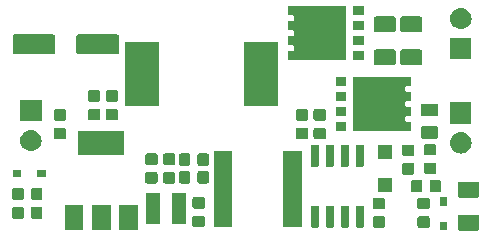
<source format=gbr>
G04 #@! TF.GenerationSoftware,KiCad,Pcbnew,(5.1.2)-2*
G04 #@! TF.CreationDate,2021-10-19T00:11:07+01:00*
G04 #@! TF.ProjectId,HVDCDC,48564443-4443-42e6-9b69-6361645f7063,rev?*
G04 #@! TF.SameCoordinates,Original*
G04 #@! TF.FileFunction,Soldermask,Top*
G04 #@! TF.FilePolarity,Negative*
%FSLAX46Y46*%
G04 Gerber Fmt 4.6, Leading zero omitted, Abs format (unit mm)*
G04 Created by KiCad (PCBNEW (5.1.2)-2) date 2021-10-19 00:11:07*
%MOMM*%
%LPD*%
G04 APERTURE LIST*
%ADD10C,0.100000*%
G04 APERTURE END LIST*
D10*
G36*
X151618604Y-78428347D02*
G01*
X151655144Y-78439432D01*
X151688821Y-78457433D01*
X151718341Y-78481659D01*
X151742567Y-78511179D01*
X151760568Y-78544856D01*
X151771653Y-78581396D01*
X151776000Y-78625538D01*
X151776000Y-79574462D01*
X151771653Y-79618604D01*
X151760568Y-79655144D01*
X151742567Y-79688821D01*
X151718341Y-79718341D01*
X151688821Y-79742567D01*
X151655144Y-79760568D01*
X151618604Y-79771653D01*
X151574462Y-79776000D01*
X150125538Y-79776000D01*
X150081396Y-79771653D01*
X150044856Y-79760568D01*
X150011179Y-79742567D01*
X149981659Y-79718341D01*
X149957433Y-79688821D01*
X149939432Y-79655144D01*
X149928347Y-79618604D01*
X149924000Y-79574462D01*
X149924000Y-78625538D01*
X149928347Y-78581396D01*
X149939432Y-78544856D01*
X149957433Y-78511179D01*
X149981659Y-78481659D01*
X150011179Y-78457433D01*
X150044856Y-78439432D01*
X150081396Y-78428347D01*
X150125538Y-78424000D01*
X151574462Y-78424000D01*
X151618604Y-78428347D01*
X151618604Y-78428347D01*
G37*
G36*
X149026000Y-79751000D02*
G01*
X148474000Y-79751000D01*
X148474000Y-79049000D01*
X149026000Y-79049000D01*
X149026000Y-79751000D01*
X149026000Y-79751000D01*
G37*
G36*
X120551000Y-79701000D02*
G01*
X118949000Y-79701000D01*
X118949000Y-77599000D01*
X120551000Y-77599000D01*
X120551000Y-79701000D01*
X120551000Y-79701000D01*
G37*
G36*
X122851000Y-79701000D02*
G01*
X121249000Y-79701000D01*
X121249000Y-77599000D01*
X122851000Y-77599000D01*
X122851000Y-79701000D01*
X122851000Y-79701000D01*
G37*
G36*
X118251000Y-79701000D02*
G01*
X116649000Y-79701000D01*
X116649000Y-77599000D01*
X118251000Y-77599000D01*
X118251000Y-79701000D01*
X118251000Y-79701000D01*
G37*
G36*
X143629591Y-78553085D02*
G01*
X143663569Y-78563393D01*
X143694890Y-78580134D01*
X143722339Y-78602661D01*
X143744866Y-78630110D01*
X143761607Y-78661431D01*
X143771915Y-78695409D01*
X143776000Y-78736890D01*
X143776000Y-79338110D01*
X143771915Y-79379591D01*
X143761607Y-79413569D01*
X143744866Y-79444890D01*
X143722339Y-79472339D01*
X143694890Y-79494866D01*
X143663569Y-79511607D01*
X143629591Y-79521915D01*
X143588110Y-79526000D01*
X142911890Y-79526000D01*
X142870409Y-79521915D01*
X142836431Y-79511607D01*
X142805110Y-79494866D01*
X142777661Y-79472339D01*
X142755134Y-79444890D01*
X142738393Y-79413569D01*
X142728085Y-79379591D01*
X142724000Y-79338110D01*
X142724000Y-78736890D01*
X142728085Y-78695409D01*
X142738393Y-78661431D01*
X142755134Y-78630110D01*
X142777661Y-78602661D01*
X142805110Y-78580134D01*
X142836431Y-78563393D01*
X142870409Y-78553085D01*
X142911890Y-78549000D01*
X143588110Y-78549000D01*
X143629591Y-78553085D01*
X143629591Y-78553085D01*
G37*
G36*
X147429591Y-78553085D02*
G01*
X147463569Y-78563393D01*
X147494890Y-78580134D01*
X147522339Y-78602661D01*
X147544866Y-78630110D01*
X147561607Y-78661431D01*
X147571915Y-78695409D01*
X147576000Y-78736890D01*
X147576000Y-79338110D01*
X147571915Y-79379591D01*
X147561607Y-79413569D01*
X147544866Y-79444890D01*
X147522339Y-79472339D01*
X147494890Y-79494866D01*
X147463569Y-79511607D01*
X147429591Y-79521915D01*
X147388110Y-79526000D01*
X146711890Y-79526000D01*
X146670409Y-79521915D01*
X146636431Y-79511607D01*
X146605110Y-79494866D01*
X146577661Y-79472339D01*
X146555134Y-79444890D01*
X146538393Y-79413569D01*
X146528085Y-79379591D01*
X146524000Y-79338110D01*
X146524000Y-78736890D01*
X146528085Y-78695409D01*
X146538393Y-78661431D01*
X146555134Y-78630110D01*
X146577661Y-78602661D01*
X146605110Y-78580134D01*
X146636431Y-78563393D01*
X146670409Y-78553085D01*
X146711890Y-78549000D01*
X147388110Y-78549000D01*
X147429591Y-78553085D01*
X147429591Y-78553085D01*
G37*
G36*
X138104928Y-77651764D02*
G01*
X138126009Y-77658160D01*
X138145445Y-77668548D01*
X138162476Y-77682524D01*
X138176452Y-77699555D01*
X138186840Y-77718991D01*
X138193236Y-77740072D01*
X138196000Y-77768140D01*
X138196000Y-79381860D01*
X138193236Y-79409928D01*
X138186840Y-79431009D01*
X138176452Y-79450445D01*
X138162476Y-79467476D01*
X138145445Y-79481452D01*
X138126009Y-79491840D01*
X138104928Y-79498236D01*
X138076860Y-79501000D01*
X137613140Y-79501000D01*
X137585072Y-79498236D01*
X137563991Y-79491840D01*
X137544555Y-79481452D01*
X137527524Y-79467476D01*
X137513548Y-79450445D01*
X137503160Y-79431009D01*
X137496764Y-79409928D01*
X137494000Y-79381860D01*
X137494000Y-77768140D01*
X137496764Y-77740072D01*
X137503160Y-77718991D01*
X137513548Y-77699555D01*
X137527524Y-77682524D01*
X137544555Y-77668548D01*
X137563991Y-77658160D01*
X137585072Y-77651764D01*
X137613140Y-77649000D01*
X138076860Y-77649000D01*
X138104928Y-77651764D01*
X138104928Y-77651764D01*
G37*
G36*
X139374928Y-77651764D02*
G01*
X139396009Y-77658160D01*
X139415445Y-77668548D01*
X139432476Y-77682524D01*
X139446452Y-77699555D01*
X139456840Y-77718991D01*
X139463236Y-77740072D01*
X139466000Y-77768140D01*
X139466000Y-79381860D01*
X139463236Y-79409928D01*
X139456840Y-79431009D01*
X139446452Y-79450445D01*
X139432476Y-79467476D01*
X139415445Y-79481452D01*
X139396009Y-79491840D01*
X139374928Y-79498236D01*
X139346860Y-79501000D01*
X138883140Y-79501000D01*
X138855072Y-79498236D01*
X138833991Y-79491840D01*
X138814555Y-79481452D01*
X138797524Y-79467476D01*
X138783548Y-79450445D01*
X138773160Y-79431009D01*
X138766764Y-79409928D01*
X138764000Y-79381860D01*
X138764000Y-77768140D01*
X138766764Y-77740072D01*
X138773160Y-77718991D01*
X138783548Y-77699555D01*
X138797524Y-77682524D01*
X138814555Y-77668548D01*
X138833991Y-77658160D01*
X138855072Y-77651764D01*
X138883140Y-77649000D01*
X139346860Y-77649000D01*
X139374928Y-77651764D01*
X139374928Y-77651764D01*
G37*
G36*
X141914928Y-77651764D02*
G01*
X141936009Y-77658160D01*
X141955445Y-77668548D01*
X141972476Y-77682524D01*
X141986452Y-77699555D01*
X141996840Y-77718991D01*
X142003236Y-77740072D01*
X142006000Y-77768140D01*
X142006000Y-79381860D01*
X142003236Y-79409928D01*
X141996840Y-79431009D01*
X141986452Y-79450445D01*
X141972476Y-79467476D01*
X141955445Y-79481452D01*
X141936009Y-79491840D01*
X141914928Y-79498236D01*
X141886860Y-79501000D01*
X141423140Y-79501000D01*
X141395072Y-79498236D01*
X141373991Y-79491840D01*
X141354555Y-79481452D01*
X141337524Y-79467476D01*
X141323548Y-79450445D01*
X141313160Y-79431009D01*
X141306764Y-79409928D01*
X141304000Y-79381860D01*
X141304000Y-77768140D01*
X141306764Y-77740072D01*
X141313160Y-77718991D01*
X141323548Y-77699555D01*
X141337524Y-77682524D01*
X141354555Y-77668548D01*
X141373991Y-77658160D01*
X141395072Y-77651764D01*
X141423140Y-77649000D01*
X141886860Y-77649000D01*
X141914928Y-77651764D01*
X141914928Y-77651764D01*
G37*
G36*
X140644928Y-77651764D02*
G01*
X140666009Y-77658160D01*
X140685445Y-77668548D01*
X140702476Y-77682524D01*
X140716452Y-77699555D01*
X140726840Y-77718991D01*
X140733236Y-77740072D01*
X140736000Y-77768140D01*
X140736000Y-79381860D01*
X140733236Y-79409928D01*
X140726840Y-79431009D01*
X140716452Y-79450445D01*
X140702476Y-79467476D01*
X140685445Y-79481452D01*
X140666009Y-79491840D01*
X140644928Y-79498236D01*
X140616860Y-79501000D01*
X140153140Y-79501000D01*
X140125072Y-79498236D01*
X140103991Y-79491840D01*
X140084555Y-79481452D01*
X140067524Y-79467476D01*
X140053548Y-79450445D01*
X140043160Y-79431009D01*
X140036764Y-79409928D01*
X140034000Y-79381860D01*
X140034000Y-77768140D01*
X140036764Y-77740072D01*
X140043160Y-77718991D01*
X140053548Y-77699555D01*
X140067524Y-77682524D01*
X140084555Y-77668548D01*
X140103991Y-77658160D01*
X140125072Y-77651764D01*
X140153140Y-77649000D01*
X140616860Y-77649000D01*
X140644928Y-77651764D01*
X140644928Y-77651764D01*
G37*
G36*
X128379591Y-78503085D02*
G01*
X128413569Y-78513393D01*
X128444890Y-78530134D01*
X128472339Y-78552661D01*
X128494866Y-78580110D01*
X128511607Y-78611431D01*
X128521915Y-78645409D01*
X128526000Y-78686890D01*
X128526000Y-79288110D01*
X128521915Y-79329591D01*
X128511607Y-79363569D01*
X128494866Y-79394890D01*
X128472339Y-79422339D01*
X128444890Y-79444866D01*
X128413569Y-79461607D01*
X128379591Y-79471915D01*
X128338110Y-79476000D01*
X127661890Y-79476000D01*
X127620409Y-79471915D01*
X127586431Y-79461607D01*
X127555110Y-79444866D01*
X127527661Y-79422339D01*
X127505134Y-79394890D01*
X127488393Y-79363569D01*
X127478085Y-79329591D01*
X127474000Y-79288110D01*
X127474000Y-78686890D01*
X127478085Y-78645409D01*
X127488393Y-78611431D01*
X127505134Y-78580110D01*
X127527661Y-78552661D01*
X127555110Y-78530134D01*
X127586431Y-78513393D01*
X127620409Y-78503085D01*
X127661890Y-78499000D01*
X128338110Y-78499000D01*
X128379591Y-78503085D01*
X128379591Y-78503085D01*
G37*
G36*
X136726000Y-79451000D02*
G01*
X135174000Y-79451000D01*
X135174000Y-73049000D01*
X136726000Y-73049000D01*
X136726000Y-79451000D01*
X136726000Y-79451000D01*
G37*
G36*
X130826000Y-79451000D02*
G01*
X129274000Y-79451000D01*
X129274000Y-73049000D01*
X130826000Y-73049000D01*
X130826000Y-79451000D01*
X130826000Y-79451000D01*
G37*
G36*
X126931000Y-79226000D02*
G01*
X125769000Y-79226000D01*
X125769000Y-76574000D01*
X126931000Y-76574000D01*
X126931000Y-79226000D01*
X126931000Y-79226000D01*
G37*
G36*
X124731000Y-79226000D02*
G01*
X123569000Y-79226000D01*
X123569000Y-76574000D01*
X124731000Y-76574000D01*
X124731000Y-79226000D01*
X124731000Y-79226000D01*
G37*
G36*
X113054591Y-77728085D02*
G01*
X113088569Y-77738393D01*
X113119890Y-77755134D01*
X113147339Y-77777661D01*
X113169866Y-77805110D01*
X113186607Y-77836431D01*
X113196915Y-77870409D01*
X113201000Y-77911890D01*
X113201000Y-78588110D01*
X113196915Y-78629591D01*
X113186607Y-78663569D01*
X113169866Y-78694890D01*
X113147339Y-78722339D01*
X113119890Y-78744866D01*
X113088569Y-78761607D01*
X113054591Y-78771915D01*
X113013110Y-78776000D01*
X112411890Y-78776000D01*
X112370409Y-78771915D01*
X112336431Y-78761607D01*
X112305110Y-78744866D01*
X112277661Y-78722339D01*
X112255134Y-78694890D01*
X112238393Y-78663569D01*
X112228085Y-78629591D01*
X112224000Y-78588110D01*
X112224000Y-77911890D01*
X112228085Y-77870409D01*
X112238393Y-77836431D01*
X112255134Y-77805110D01*
X112277661Y-77777661D01*
X112305110Y-77755134D01*
X112336431Y-77738393D01*
X112370409Y-77728085D01*
X112411890Y-77724000D01*
X113013110Y-77724000D01*
X113054591Y-77728085D01*
X113054591Y-77728085D01*
G37*
G36*
X114629591Y-77728085D02*
G01*
X114663569Y-77738393D01*
X114694890Y-77755134D01*
X114722339Y-77777661D01*
X114744866Y-77805110D01*
X114761607Y-77836431D01*
X114771915Y-77870409D01*
X114776000Y-77911890D01*
X114776000Y-78588110D01*
X114771915Y-78629591D01*
X114761607Y-78663569D01*
X114744866Y-78694890D01*
X114722339Y-78722339D01*
X114694890Y-78744866D01*
X114663569Y-78761607D01*
X114629591Y-78771915D01*
X114588110Y-78776000D01*
X113986890Y-78776000D01*
X113945409Y-78771915D01*
X113911431Y-78761607D01*
X113880110Y-78744866D01*
X113852661Y-78722339D01*
X113830134Y-78694890D01*
X113813393Y-78663569D01*
X113803085Y-78629591D01*
X113799000Y-78588110D01*
X113799000Y-77911890D01*
X113803085Y-77870409D01*
X113813393Y-77836431D01*
X113830134Y-77805110D01*
X113852661Y-77777661D01*
X113880110Y-77755134D01*
X113911431Y-77738393D01*
X113945409Y-77728085D01*
X113986890Y-77724000D01*
X114588110Y-77724000D01*
X114629591Y-77728085D01*
X114629591Y-77728085D01*
G37*
G36*
X147429591Y-76978085D02*
G01*
X147463569Y-76988393D01*
X147494890Y-77005134D01*
X147522339Y-77027661D01*
X147544866Y-77055110D01*
X147561607Y-77086431D01*
X147571915Y-77120409D01*
X147576000Y-77161890D01*
X147576000Y-77763110D01*
X147571915Y-77804591D01*
X147561607Y-77838569D01*
X147544866Y-77869890D01*
X147522339Y-77897339D01*
X147494890Y-77919866D01*
X147463569Y-77936607D01*
X147429591Y-77946915D01*
X147388110Y-77951000D01*
X146711890Y-77951000D01*
X146670409Y-77946915D01*
X146636431Y-77936607D01*
X146605110Y-77919866D01*
X146577661Y-77897339D01*
X146555134Y-77869890D01*
X146538393Y-77838569D01*
X146528085Y-77804591D01*
X146524000Y-77763110D01*
X146524000Y-77161890D01*
X146528085Y-77120409D01*
X146538393Y-77086431D01*
X146555134Y-77055110D01*
X146577661Y-77027661D01*
X146605110Y-77005134D01*
X146636431Y-76988393D01*
X146670409Y-76978085D01*
X146711890Y-76974000D01*
X147388110Y-76974000D01*
X147429591Y-76978085D01*
X147429591Y-76978085D01*
G37*
G36*
X143629591Y-76978085D02*
G01*
X143663569Y-76988393D01*
X143694890Y-77005134D01*
X143722339Y-77027661D01*
X143744866Y-77055110D01*
X143761607Y-77086431D01*
X143771915Y-77120409D01*
X143776000Y-77161890D01*
X143776000Y-77763110D01*
X143771915Y-77804591D01*
X143761607Y-77838569D01*
X143744866Y-77869890D01*
X143722339Y-77897339D01*
X143694890Y-77919866D01*
X143663569Y-77936607D01*
X143629591Y-77946915D01*
X143588110Y-77951000D01*
X142911890Y-77951000D01*
X142870409Y-77946915D01*
X142836431Y-77936607D01*
X142805110Y-77919866D01*
X142777661Y-77897339D01*
X142755134Y-77869890D01*
X142738393Y-77838569D01*
X142728085Y-77804591D01*
X142724000Y-77763110D01*
X142724000Y-77161890D01*
X142728085Y-77120409D01*
X142738393Y-77086431D01*
X142755134Y-77055110D01*
X142777661Y-77027661D01*
X142805110Y-77005134D01*
X142836431Y-76988393D01*
X142870409Y-76978085D01*
X142911890Y-76974000D01*
X143588110Y-76974000D01*
X143629591Y-76978085D01*
X143629591Y-76978085D01*
G37*
G36*
X128379591Y-76928085D02*
G01*
X128413569Y-76938393D01*
X128444890Y-76955134D01*
X128472339Y-76977661D01*
X128494866Y-77005110D01*
X128511607Y-77036431D01*
X128521915Y-77070409D01*
X128526000Y-77111890D01*
X128526000Y-77713110D01*
X128521915Y-77754591D01*
X128511607Y-77788569D01*
X128494866Y-77819890D01*
X128472339Y-77847339D01*
X128444890Y-77869866D01*
X128413569Y-77886607D01*
X128379591Y-77896915D01*
X128338110Y-77901000D01*
X127661890Y-77901000D01*
X127620409Y-77896915D01*
X127586431Y-77886607D01*
X127555110Y-77869866D01*
X127527661Y-77847339D01*
X127505134Y-77819890D01*
X127488393Y-77788569D01*
X127478085Y-77754591D01*
X127474000Y-77713110D01*
X127474000Y-77111890D01*
X127478085Y-77070409D01*
X127488393Y-77036431D01*
X127505134Y-77005110D01*
X127527661Y-76977661D01*
X127555110Y-76955134D01*
X127586431Y-76938393D01*
X127620409Y-76928085D01*
X127661890Y-76924000D01*
X128338110Y-76924000D01*
X128379591Y-76928085D01*
X128379591Y-76928085D01*
G37*
G36*
X149026000Y-77651000D02*
G01*
X148474000Y-77651000D01*
X148474000Y-76949000D01*
X149026000Y-76949000D01*
X149026000Y-77651000D01*
X149026000Y-77651000D01*
G37*
G36*
X114629591Y-76128085D02*
G01*
X114663569Y-76138393D01*
X114694890Y-76155134D01*
X114722339Y-76177661D01*
X114744866Y-76205110D01*
X114761607Y-76236431D01*
X114771915Y-76270409D01*
X114776000Y-76311890D01*
X114776000Y-76988110D01*
X114771915Y-77029591D01*
X114761607Y-77063569D01*
X114744866Y-77094890D01*
X114722339Y-77122339D01*
X114694890Y-77144866D01*
X114663569Y-77161607D01*
X114629591Y-77171915D01*
X114588110Y-77176000D01*
X113986890Y-77176000D01*
X113945409Y-77171915D01*
X113911431Y-77161607D01*
X113880110Y-77144866D01*
X113852661Y-77122339D01*
X113830134Y-77094890D01*
X113813393Y-77063569D01*
X113803085Y-77029591D01*
X113799000Y-76988110D01*
X113799000Y-76311890D01*
X113803085Y-76270409D01*
X113813393Y-76236431D01*
X113830134Y-76205110D01*
X113852661Y-76177661D01*
X113880110Y-76155134D01*
X113911431Y-76138393D01*
X113945409Y-76128085D01*
X113986890Y-76124000D01*
X114588110Y-76124000D01*
X114629591Y-76128085D01*
X114629591Y-76128085D01*
G37*
G36*
X113054591Y-76128085D02*
G01*
X113088569Y-76138393D01*
X113119890Y-76155134D01*
X113147339Y-76177661D01*
X113169866Y-76205110D01*
X113186607Y-76236431D01*
X113196915Y-76270409D01*
X113201000Y-76311890D01*
X113201000Y-76988110D01*
X113196915Y-77029591D01*
X113186607Y-77063569D01*
X113169866Y-77094890D01*
X113147339Y-77122339D01*
X113119890Y-77144866D01*
X113088569Y-77161607D01*
X113054591Y-77171915D01*
X113013110Y-77176000D01*
X112411890Y-77176000D01*
X112370409Y-77171915D01*
X112336431Y-77161607D01*
X112305110Y-77144866D01*
X112277661Y-77122339D01*
X112255134Y-77094890D01*
X112238393Y-77063569D01*
X112228085Y-77029591D01*
X112224000Y-76988110D01*
X112224000Y-76311890D01*
X112228085Y-76270409D01*
X112238393Y-76236431D01*
X112255134Y-76205110D01*
X112277661Y-76177661D01*
X112305110Y-76155134D01*
X112336431Y-76138393D01*
X112370409Y-76128085D01*
X112411890Y-76124000D01*
X113013110Y-76124000D01*
X113054591Y-76128085D01*
X113054591Y-76128085D01*
G37*
G36*
X151618604Y-75628347D02*
G01*
X151655144Y-75639432D01*
X151688821Y-75657433D01*
X151718341Y-75681659D01*
X151742567Y-75711179D01*
X151760568Y-75744856D01*
X151771653Y-75781396D01*
X151776000Y-75825538D01*
X151776000Y-76774462D01*
X151771653Y-76818604D01*
X151760568Y-76855144D01*
X151742567Y-76888821D01*
X151718341Y-76918341D01*
X151688821Y-76942567D01*
X151655144Y-76960568D01*
X151618604Y-76971653D01*
X151574462Y-76976000D01*
X150125538Y-76976000D01*
X150081396Y-76971653D01*
X150044856Y-76960568D01*
X150011179Y-76942567D01*
X149981659Y-76918341D01*
X149957433Y-76888821D01*
X149939432Y-76855144D01*
X149928347Y-76818604D01*
X149924000Y-76774462D01*
X149924000Y-75825538D01*
X149928347Y-75781396D01*
X149939432Y-75744856D01*
X149957433Y-75711179D01*
X149981659Y-75681659D01*
X150011179Y-75657433D01*
X150044856Y-75639432D01*
X150081396Y-75628347D01*
X150125538Y-75624000D01*
X151574462Y-75624000D01*
X151618604Y-75628347D01*
X151618604Y-75628347D01*
G37*
G36*
X146804591Y-75478085D02*
G01*
X146838569Y-75488393D01*
X146869890Y-75505134D01*
X146897339Y-75527661D01*
X146919866Y-75555110D01*
X146936607Y-75586431D01*
X146946915Y-75620409D01*
X146951000Y-75661890D01*
X146951000Y-76338110D01*
X146946915Y-76379591D01*
X146936607Y-76413569D01*
X146919866Y-76444890D01*
X146897339Y-76472339D01*
X146869890Y-76494866D01*
X146838569Y-76511607D01*
X146804591Y-76521915D01*
X146763110Y-76526000D01*
X146161890Y-76526000D01*
X146120409Y-76521915D01*
X146086431Y-76511607D01*
X146055110Y-76494866D01*
X146027661Y-76472339D01*
X146005134Y-76444890D01*
X145988393Y-76413569D01*
X145978085Y-76379591D01*
X145974000Y-76338110D01*
X145974000Y-75661890D01*
X145978085Y-75620409D01*
X145988393Y-75586431D01*
X146005134Y-75555110D01*
X146027661Y-75527661D01*
X146055110Y-75505134D01*
X146086431Y-75488393D01*
X146120409Y-75478085D01*
X146161890Y-75474000D01*
X146763110Y-75474000D01*
X146804591Y-75478085D01*
X146804591Y-75478085D01*
G37*
G36*
X148379591Y-75478085D02*
G01*
X148413569Y-75488393D01*
X148444890Y-75505134D01*
X148472339Y-75527661D01*
X148494866Y-75555110D01*
X148511607Y-75586431D01*
X148521915Y-75620409D01*
X148526000Y-75661890D01*
X148526000Y-76338110D01*
X148521915Y-76379591D01*
X148511607Y-76413569D01*
X148494866Y-76444890D01*
X148472339Y-76472339D01*
X148444890Y-76494866D01*
X148413569Y-76511607D01*
X148379591Y-76521915D01*
X148338110Y-76526000D01*
X147736890Y-76526000D01*
X147695409Y-76521915D01*
X147661431Y-76511607D01*
X147630110Y-76494866D01*
X147602661Y-76472339D01*
X147580134Y-76444890D01*
X147563393Y-76413569D01*
X147553085Y-76379591D01*
X147549000Y-76338110D01*
X147549000Y-75661890D01*
X147553085Y-75620409D01*
X147563393Y-75586431D01*
X147580134Y-75555110D01*
X147602661Y-75527661D01*
X147630110Y-75505134D01*
X147661431Y-75488393D01*
X147695409Y-75478085D01*
X147736890Y-75474000D01*
X148338110Y-75474000D01*
X148379591Y-75478085D01*
X148379591Y-75478085D01*
G37*
G36*
X144351000Y-76501000D02*
G01*
X143149000Y-76501000D01*
X143149000Y-75299000D01*
X144351000Y-75299000D01*
X144351000Y-76501000D01*
X144351000Y-76501000D01*
G37*
G36*
X127154591Y-74728085D02*
G01*
X127188569Y-74738393D01*
X127219890Y-74755134D01*
X127247339Y-74777661D01*
X127269866Y-74805110D01*
X127286607Y-74836431D01*
X127296915Y-74870409D01*
X127301000Y-74911890D01*
X127301000Y-75588110D01*
X127296915Y-75629591D01*
X127286607Y-75663569D01*
X127269866Y-75694890D01*
X127247339Y-75722339D01*
X127219890Y-75744866D01*
X127188569Y-75761607D01*
X127154591Y-75771915D01*
X127113110Y-75776000D01*
X126511890Y-75776000D01*
X126470409Y-75771915D01*
X126436431Y-75761607D01*
X126405110Y-75744866D01*
X126377661Y-75722339D01*
X126355134Y-75694890D01*
X126338393Y-75663569D01*
X126328085Y-75629591D01*
X126324000Y-75588110D01*
X126324000Y-74911890D01*
X126328085Y-74870409D01*
X126338393Y-74836431D01*
X126355134Y-74805110D01*
X126377661Y-74777661D01*
X126405110Y-74755134D01*
X126436431Y-74738393D01*
X126470409Y-74728085D01*
X126511890Y-74724000D01*
X127113110Y-74724000D01*
X127154591Y-74728085D01*
X127154591Y-74728085D01*
G37*
G36*
X125879591Y-74803085D02*
G01*
X125913569Y-74813393D01*
X125944890Y-74830134D01*
X125972339Y-74852661D01*
X125994866Y-74880110D01*
X126011607Y-74911431D01*
X126021915Y-74945409D01*
X126026000Y-74986890D01*
X126026000Y-75588110D01*
X126021915Y-75629591D01*
X126011607Y-75663569D01*
X125994866Y-75694890D01*
X125972339Y-75722339D01*
X125944890Y-75744866D01*
X125913569Y-75761607D01*
X125879591Y-75771915D01*
X125838110Y-75776000D01*
X125161890Y-75776000D01*
X125120409Y-75771915D01*
X125086431Y-75761607D01*
X125055110Y-75744866D01*
X125027661Y-75722339D01*
X125005134Y-75694890D01*
X124988393Y-75663569D01*
X124978085Y-75629591D01*
X124974000Y-75588110D01*
X124974000Y-74986890D01*
X124978085Y-74945409D01*
X124988393Y-74911431D01*
X125005134Y-74880110D01*
X125027661Y-74852661D01*
X125055110Y-74830134D01*
X125086431Y-74813393D01*
X125120409Y-74803085D01*
X125161890Y-74799000D01*
X125838110Y-74799000D01*
X125879591Y-74803085D01*
X125879591Y-74803085D01*
G37*
G36*
X124379591Y-74803085D02*
G01*
X124413569Y-74813393D01*
X124444890Y-74830134D01*
X124472339Y-74852661D01*
X124494866Y-74880110D01*
X124511607Y-74911431D01*
X124521915Y-74945409D01*
X124526000Y-74986890D01*
X124526000Y-75588110D01*
X124521915Y-75629591D01*
X124511607Y-75663569D01*
X124494866Y-75694890D01*
X124472339Y-75722339D01*
X124444890Y-75744866D01*
X124413569Y-75761607D01*
X124379591Y-75771915D01*
X124338110Y-75776000D01*
X123661890Y-75776000D01*
X123620409Y-75771915D01*
X123586431Y-75761607D01*
X123555110Y-75744866D01*
X123527661Y-75722339D01*
X123505134Y-75694890D01*
X123488393Y-75663569D01*
X123478085Y-75629591D01*
X123474000Y-75588110D01*
X123474000Y-74986890D01*
X123478085Y-74945409D01*
X123488393Y-74911431D01*
X123505134Y-74880110D01*
X123527661Y-74852661D01*
X123555110Y-74830134D01*
X123586431Y-74813393D01*
X123620409Y-74803085D01*
X123661890Y-74799000D01*
X124338110Y-74799000D01*
X124379591Y-74803085D01*
X124379591Y-74803085D01*
G37*
G36*
X128729591Y-74728085D02*
G01*
X128763569Y-74738393D01*
X128794890Y-74755134D01*
X128822339Y-74777661D01*
X128844866Y-74805110D01*
X128861607Y-74836431D01*
X128871915Y-74870409D01*
X128876000Y-74911890D01*
X128876000Y-75588110D01*
X128871915Y-75629591D01*
X128861607Y-75663569D01*
X128844866Y-75694890D01*
X128822339Y-75722339D01*
X128794890Y-75744866D01*
X128763569Y-75761607D01*
X128729591Y-75771915D01*
X128688110Y-75776000D01*
X128086890Y-75776000D01*
X128045409Y-75771915D01*
X128011431Y-75761607D01*
X127980110Y-75744866D01*
X127952661Y-75722339D01*
X127930134Y-75694890D01*
X127913393Y-75663569D01*
X127903085Y-75629591D01*
X127899000Y-75588110D01*
X127899000Y-74911890D01*
X127903085Y-74870409D01*
X127913393Y-74836431D01*
X127930134Y-74805110D01*
X127952661Y-74777661D01*
X127980110Y-74755134D01*
X128011431Y-74738393D01*
X128045409Y-74728085D01*
X128086890Y-74724000D01*
X128688110Y-74724000D01*
X128729591Y-74728085D01*
X128729591Y-74728085D01*
G37*
G36*
X115051000Y-75226000D02*
G01*
X114349000Y-75226000D01*
X114349000Y-74674000D01*
X115051000Y-74674000D01*
X115051000Y-75226000D01*
X115051000Y-75226000D01*
G37*
G36*
X112951000Y-75226000D02*
G01*
X112249000Y-75226000D01*
X112249000Y-74674000D01*
X112951000Y-74674000D01*
X112951000Y-75226000D01*
X112951000Y-75226000D01*
G37*
G36*
X146129591Y-74053085D02*
G01*
X146163569Y-74063393D01*
X146194890Y-74080134D01*
X146222339Y-74102661D01*
X146244866Y-74130110D01*
X146261607Y-74161431D01*
X146271915Y-74195409D01*
X146276000Y-74236890D01*
X146276000Y-74838110D01*
X146271915Y-74879591D01*
X146261607Y-74913569D01*
X146244866Y-74944890D01*
X146222339Y-74972339D01*
X146194890Y-74994866D01*
X146163569Y-75011607D01*
X146129591Y-75021915D01*
X146088110Y-75026000D01*
X145411890Y-75026000D01*
X145370409Y-75021915D01*
X145336431Y-75011607D01*
X145305110Y-74994866D01*
X145277661Y-74972339D01*
X145255134Y-74944890D01*
X145238393Y-74913569D01*
X145228085Y-74879591D01*
X145224000Y-74838110D01*
X145224000Y-74236890D01*
X145228085Y-74195409D01*
X145238393Y-74161431D01*
X145255134Y-74130110D01*
X145277661Y-74102661D01*
X145305110Y-74080134D01*
X145336431Y-74063393D01*
X145370409Y-74053085D01*
X145411890Y-74049000D01*
X146088110Y-74049000D01*
X146129591Y-74053085D01*
X146129591Y-74053085D01*
G37*
G36*
X147979591Y-74003085D02*
G01*
X148013569Y-74013393D01*
X148044890Y-74030134D01*
X148072339Y-74052661D01*
X148094866Y-74080110D01*
X148111607Y-74111431D01*
X148121915Y-74145409D01*
X148126000Y-74186890D01*
X148126000Y-74788110D01*
X148121915Y-74829591D01*
X148111607Y-74863569D01*
X148094866Y-74894890D01*
X148072339Y-74922339D01*
X148044890Y-74944866D01*
X148013569Y-74961607D01*
X147979591Y-74971915D01*
X147938110Y-74976000D01*
X147261890Y-74976000D01*
X147220409Y-74971915D01*
X147186431Y-74961607D01*
X147155110Y-74944866D01*
X147127661Y-74922339D01*
X147105134Y-74894890D01*
X147088393Y-74863569D01*
X147078085Y-74829591D01*
X147074000Y-74788110D01*
X147074000Y-74186890D01*
X147078085Y-74145409D01*
X147088393Y-74111431D01*
X147105134Y-74080110D01*
X147127661Y-74052661D01*
X147155110Y-74030134D01*
X147186431Y-74013393D01*
X147220409Y-74003085D01*
X147261890Y-73999000D01*
X147938110Y-73999000D01*
X147979591Y-74003085D01*
X147979591Y-74003085D01*
G37*
G36*
X138104928Y-72501764D02*
G01*
X138126009Y-72508160D01*
X138145445Y-72518548D01*
X138162476Y-72532524D01*
X138176452Y-72549555D01*
X138186840Y-72568991D01*
X138193236Y-72590072D01*
X138196000Y-72618140D01*
X138196000Y-74231860D01*
X138193236Y-74259928D01*
X138186840Y-74281009D01*
X138176452Y-74300445D01*
X138162476Y-74317476D01*
X138145445Y-74331452D01*
X138126009Y-74341840D01*
X138104928Y-74348236D01*
X138076860Y-74351000D01*
X137613140Y-74351000D01*
X137585072Y-74348236D01*
X137563991Y-74341840D01*
X137544555Y-74331452D01*
X137527524Y-74317476D01*
X137513548Y-74300445D01*
X137503160Y-74281009D01*
X137496764Y-74259928D01*
X137494000Y-74231860D01*
X137494000Y-72618140D01*
X137496764Y-72590072D01*
X137503160Y-72568991D01*
X137513548Y-72549555D01*
X137527524Y-72532524D01*
X137544555Y-72518548D01*
X137563991Y-72508160D01*
X137585072Y-72501764D01*
X137613140Y-72499000D01*
X138076860Y-72499000D01*
X138104928Y-72501764D01*
X138104928Y-72501764D01*
G37*
G36*
X139374928Y-72501764D02*
G01*
X139396009Y-72508160D01*
X139415445Y-72518548D01*
X139432476Y-72532524D01*
X139446452Y-72549555D01*
X139456840Y-72568991D01*
X139463236Y-72590072D01*
X139466000Y-72618140D01*
X139466000Y-74231860D01*
X139463236Y-74259928D01*
X139456840Y-74281009D01*
X139446452Y-74300445D01*
X139432476Y-74317476D01*
X139415445Y-74331452D01*
X139396009Y-74341840D01*
X139374928Y-74348236D01*
X139346860Y-74351000D01*
X138883140Y-74351000D01*
X138855072Y-74348236D01*
X138833991Y-74341840D01*
X138814555Y-74331452D01*
X138797524Y-74317476D01*
X138783548Y-74300445D01*
X138773160Y-74281009D01*
X138766764Y-74259928D01*
X138764000Y-74231860D01*
X138764000Y-72618140D01*
X138766764Y-72590072D01*
X138773160Y-72568991D01*
X138783548Y-72549555D01*
X138797524Y-72532524D01*
X138814555Y-72518548D01*
X138833991Y-72508160D01*
X138855072Y-72501764D01*
X138883140Y-72499000D01*
X139346860Y-72499000D01*
X139374928Y-72501764D01*
X139374928Y-72501764D01*
G37*
G36*
X140644928Y-72501764D02*
G01*
X140666009Y-72508160D01*
X140685445Y-72518548D01*
X140702476Y-72532524D01*
X140716452Y-72549555D01*
X140726840Y-72568991D01*
X140733236Y-72590072D01*
X140736000Y-72618140D01*
X140736000Y-74231860D01*
X140733236Y-74259928D01*
X140726840Y-74281009D01*
X140716452Y-74300445D01*
X140702476Y-74317476D01*
X140685445Y-74331452D01*
X140666009Y-74341840D01*
X140644928Y-74348236D01*
X140616860Y-74351000D01*
X140153140Y-74351000D01*
X140125072Y-74348236D01*
X140103991Y-74341840D01*
X140084555Y-74331452D01*
X140067524Y-74317476D01*
X140053548Y-74300445D01*
X140043160Y-74281009D01*
X140036764Y-74259928D01*
X140034000Y-74231860D01*
X140034000Y-72618140D01*
X140036764Y-72590072D01*
X140043160Y-72568991D01*
X140053548Y-72549555D01*
X140067524Y-72532524D01*
X140084555Y-72518548D01*
X140103991Y-72508160D01*
X140125072Y-72501764D01*
X140153140Y-72499000D01*
X140616860Y-72499000D01*
X140644928Y-72501764D01*
X140644928Y-72501764D01*
G37*
G36*
X141914928Y-72501764D02*
G01*
X141936009Y-72508160D01*
X141955445Y-72518548D01*
X141972476Y-72532524D01*
X141986452Y-72549555D01*
X141996840Y-72568991D01*
X142003236Y-72590072D01*
X142006000Y-72618140D01*
X142006000Y-74231860D01*
X142003236Y-74259928D01*
X141996840Y-74281009D01*
X141986452Y-74300445D01*
X141972476Y-74317476D01*
X141955445Y-74331452D01*
X141936009Y-74341840D01*
X141914928Y-74348236D01*
X141886860Y-74351000D01*
X141423140Y-74351000D01*
X141395072Y-74348236D01*
X141373991Y-74341840D01*
X141354555Y-74331452D01*
X141337524Y-74317476D01*
X141323548Y-74300445D01*
X141313160Y-74281009D01*
X141306764Y-74259928D01*
X141304000Y-74231860D01*
X141304000Y-72618140D01*
X141306764Y-72590072D01*
X141313160Y-72568991D01*
X141323548Y-72549555D01*
X141337524Y-72532524D01*
X141354555Y-72518548D01*
X141373991Y-72508160D01*
X141395072Y-72501764D01*
X141423140Y-72499000D01*
X141886860Y-72499000D01*
X141914928Y-72501764D01*
X141914928Y-72501764D01*
G37*
G36*
X128729591Y-73228085D02*
G01*
X128763569Y-73238393D01*
X128794890Y-73255134D01*
X128822339Y-73277661D01*
X128844866Y-73305110D01*
X128861607Y-73336431D01*
X128871915Y-73370409D01*
X128876000Y-73411890D01*
X128876000Y-74088110D01*
X128871915Y-74129591D01*
X128861607Y-74163569D01*
X128844866Y-74194890D01*
X128822339Y-74222339D01*
X128794890Y-74244866D01*
X128763569Y-74261607D01*
X128729591Y-74271915D01*
X128688110Y-74276000D01*
X128086890Y-74276000D01*
X128045409Y-74271915D01*
X128011431Y-74261607D01*
X127980110Y-74244866D01*
X127952661Y-74222339D01*
X127930134Y-74194890D01*
X127913393Y-74163569D01*
X127903085Y-74129591D01*
X127899000Y-74088110D01*
X127899000Y-73411890D01*
X127903085Y-73370409D01*
X127913393Y-73336431D01*
X127930134Y-73305110D01*
X127952661Y-73277661D01*
X127980110Y-73255134D01*
X128011431Y-73238393D01*
X128045409Y-73228085D01*
X128086890Y-73224000D01*
X128688110Y-73224000D01*
X128729591Y-73228085D01*
X128729591Y-73228085D01*
G37*
G36*
X127154591Y-73228085D02*
G01*
X127188569Y-73238393D01*
X127219890Y-73255134D01*
X127247339Y-73277661D01*
X127269866Y-73305110D01*
X127286607Y-73336431D01*
X127296915Y-73370409D01*
X127301000Y-73411890D01*
X127301000Y-74088110D01*
X127296915Y-74129591D01*
X127286607Y-74163569D01*
X127269866Y-74194890D01*
X127247339Y-74222339D01*
X127219890Y-74244866D01*
X127188569Y-74261607D01*
X127154591Y-74271915D01*
X127113110Y-74276000D01*
X126511890Y-74276000D01*
X126470409Y-74271915D01*
X126436431Y-74261607D01*
X126405110Y-74244866D01*
X126377661Y-74222339D01*
X126355134Y-74194890D01*
X126338393Y-74163569D01*
X126328085Y-74129591D01*
X126324000Y-74088110D01*
X126324000Y-73411890D01*
X126328085Y-73370409D01*
X126338393Y-73336431D01*
X126355134Y-73305110D01*
X126377661Y-73277661D01*
X126405110Y-73255134D01*
X126436431Y-73238393D01*
X126470409Y-73228085D01*
X126511890Y-73224000D01*
X127113110Y-73224000D01*
X127154591Y-73228085D01*
X127154591Y-73228085D01*
G37*
G36*
X124379591Y-73228085D02*
G01*
X124413569Y-73238393D01*
X124444890Y-73255134D01*
X124472339Y-73277661D01*
X124494866Y-73305110D01*
X124511607Y-73336431D01*
X124521915Y-73370409D01*
X124526000Y-73411890D01*
X124526000Y-74013110D01*
X124521915Y-74054591D01*
X124511607Y-74088569D01*
X124494866Y-74119890D01*
X124472339Y-74147339D01*
X124444890Y-74169866D01*
X124413569Y-74186607D01*
X124379591Y-74196915D01*
X124338110Y-74201000D01*
X123661890Y-74201000D01*
X123620409Y-74196915D01*
X123586431Y-74186607D01*
X123555110Y-74169866D01*
X123527661Y-74147339D01*
X123505134Y-74119890D01*
X123488393Y-74088569D01*
X123478085Y-74054591D01*
X123474000Y-74013110D01*
X123474000Y-73411890D01*
X123478085Y-73370409D01*
X123488393Y-73336431D01*
X123505134Y-73305110D01*
X123527661Y-73277661D01*
X123555110Y-73255134D01*
X123586431Y-73238393D01*
X123620409Y-73228085D01*
X123661890Y-73224000D01*
X124338110Y-73224000D01*
X124379591Y-73228085D01*
X124379591Y-73228085D01*
G37*
G36*
X125879591Y-73228085D02*
G01*
X125913569Y-73238393D01*
X125944890Y-73255134D01*
X125972339Y-73277661D01*
X125994866Y-73305110D01*
X126011607Y-73336431D01*
X126021915Y-73370409D01*
X126026000Y-73411890D01*
X126026000Y-74013110D01*
X126021915Y-74054591D01*
X126011607Y-74088569D01*
X125994866Y-74119890D01*
X125972339Y-74147339D01*
X125944890Y-74169866D01*
X125913569Y-74186607D01*
X125879591Y-74196915D01*
X125838110Y-74201000D01*
X125161890Y-74201000D01*
X125120409Y-74196915D01*
X125086431Y-74186607D01*
X125055110Y-74169866D01*
X125027661Y-74147339D01*
X125005134Y-74119890D01*
X124988393Y-74088569D01*
X124978085Y-74054591D01*
X124974000Y-74013110D01*
X124974000Y-73411890D01*
X124978085Y-73370409D01*
X124988393Y-73336431D01*
X125005134Y-73305110D01*
X125027661Y-73277661D01*
X125055110Y-73255134D01*
X125086431Y-73238393D01*
X125120409Y-73228085D01*
X125161890Y-73224000D01*
X125838110Y-73224000D01*
X125879591Y-73228085D01*
X125879591Y-73228085D01*
G37*
G36*
X144351000Y-73701000D02*
G01*
X143149000Y-73701000D01*
X143149000Y-72499000D01*
X144351000Y-72499000D01*
X144351000Y-73701000D01*
X144351000Y-73701000D01*
G37*
G36*
X146129591Y-72478085D02*
G01*
X146163569Y-72488393D01*
X146194890Y-72505134D01*
X146222339Y-72527661D01*
X146244866Y-72555110D01*
X146261607Y-72586431D01*
X146271915Y-72620409D01*
X146276000Y-72661890D01*
X146276000Y-73263110D01*
X146271915Y-73304591D01*
X146261607Y-73338569D01*
X146244866Y-73369890D01*
X146222339Y-73397339D01*
X146194890Y-73419866D01*
X146163569Y-73436607D01*
X146129591Y-73446915D01*
X146088110Y-73451000D01*
X145411890Y-73451000D01*
X145370409Y-73446915D01*
X145336431Y-73436607D01*
X145305110Y-73419866D01*
X145277661Y-73397339D01*
X145255134Y-73369890D01*
X145238393Y-73338569D01*
X145228085Y-73304591D01*
X145224000Y-73263110D01*
X145224000Y-72661890D01*
X145228085Y-72620409D01*
X145238393Y-72586431D01*
X145255134Y-72555110D01*
X145277661Y-72527661D01*
X145305110Y-72505134D01*
X145336431Y-72488393D01*
X145370409Y-72478085D01*
X145411890Y-72474000D01*
X146088110Y-72474000D01*
X146129591Y-72478085D01*
X146129591Y-72478085D01*
G37*
G36*
X121701000Y-73401000D02*
G01*
X117799000Y-73401000D01*
X117799000Y-71299000D01*
X121701000Y-71299000D01*
X121701000Y-73401000D01*
X121701000Y-73401000D01*
G37*
G36*
X147979591Y-72428085D02*
G01*
X148013569Y-72438393D01*
X148044890Y-72455134D01*
X148072339Y-72477661D01*
X148094866Y-72505110D01*
X148111607Y-72536431D01*
X148121915Y-72570409D01*
X148126000Y-72611890D01*
X148126000Y-73213110D01*
X148121915Y-73254591D01*
X148111607Y-73288569D01*
X148094866Y-73319890D01*
X148072339Y-73347339D01*
X148044890Y-73369866D01*
X148013569Y-73386607D01*
X147979591Y-73396915D01*
X147938110Y-73401000D01*
X147261890Y-73401000D01*
X147220409Y-73396915D01*
X147186431Y-73386607D01*
X147155110Y-73369866D01*
X147127661Y-73347339D01*
X147105134Y-73319890D01*
X147088393Y-73288569D01*
X147078085Y-73254591D01*
X147074000Y-73213110D01*
X147074000Y-72611890D01*
X147078085Y-72570409D01*
X147088393Y-72536431D01*
X147105134Y-72505110D01*
X147127661Y-72477661D01*
X147155110Y-72455134D01*
X147186431Y-72438393D01*
X147220409Y-72428085D01*
X147261890Y-72424000D01*
X147938110Y-72424000D01*
X147979591Y-72428085D01*
X147979591Y-72428085D01*
G37*
G36*
X150310442Y-71445518D02*
G01*
X150376627Y-71452037D01*
X150546466Y-71503557D01*
X150702991Y-71587222D01*
X150738729Y-71616552D01*
X150840186Y-71699814D01*
X150907428Y-71781750D01*
X150952778Y-71837009D01*
X150958727Y-71848138D01*
X151020322Y-71963373D01*
X151036443Y-71993534D01*
X151087963Y-72163373D01*
X151105359Y-72340000D01*
X151087963Y-72516627D01*
X151036443Y-72686466D01*
X150952778Y-72842991D01*
X150923448Y-72878729D01*
X150840186Y-72980186D01*
X150738729Y-73063448D01*
X150702991Y-73092778D01*
X150546466Y-73176443D01*
X150376627Y-73227963D01*
X150310443Y-73234481D01*
X150244260Y-73241000D01*
X150155740Y-73241000D01*
X150089557Y-73234481D01*
X150023373Y-73227963D01*
X149853534Y-73176443D01*
X149697009Y-73092778D01*
X149661271Y-73063448D01*
X149559814Y-72980186D01*
X149476552Y-72878729D01*
X149447222Y-72842991D01*
X149363557Y-72686466D01*
X149312037Y-72516627D01*
X149294641Y-72340000D01*
X149312037Y-72163373D01*
X149363557Y-71993534D01*
X149379679Y-71963373D01*
X149441273Y-71848138D01*
X149447222Y-71837009D01*
X149492572Y-71781750D01*
X149559814Y-71699814D01*
X149661271Y-71616552D01*
X149697009Y-71587222D01*
X149853534Y-71503557D01*
X150023373Y-71452037D01*
X150089558Y-71445518D01*
X150155740Y-71439000D01*
X150244260Y-71439000D01*
X150310442Y-71445518D01*
X150310442Y-71445518D01*
G37*
G36*
X113910442Y-71245518D02*
G01*
X113976627Y-71252037D01*
X114146466Y-71303557D01*
X114302991Y-71387222D01*
X114338729Y-71416552D01*
X114440186Y-71499814D01*
X114511918Y-71587221D01*
X114552778Y-71637009D01*
X114636443Y-71793534D01*
X114687963Y-71963373D01*
X114705359Y-72140000D01*
X114687963Y-72316627D01*
X114639114Y-72477661D01*
X114636442Y-72486468D01*
X114619295Y-72518548D01*
X114552778Y-72642991D01*
X114526919Y-72674500D01*
X114440186Y-72780186D01*
X114338729Y-72863448D01*
X114302991Y-72892778D01*
X114146466Y-72976443D01*
X113976627Y-73027963D01*
X113910443Y-73034481D01*
X113844260Y-73041000D01*
X113755740Y-73041000D01*
X113689557Y-73034481D01*
X113623373Y-73027963D01*
X113453534Y-72976443D01*
X113297009Y-72892778D01*
X113261271Y-72863448D01*
X113159814Y-72780186D01*
X113073081Y-72674500D01*
X113047222Y-72642991D01*
X112980705Y-72518548D01*
X112963558Y-72486468D01*
X112960886Y-72477661D01*
X112912037Y-72316627D01*
X112894641Y-72140000D01*
X112912037Y-71963373D01*
X112963557Y-71793534D01*
X113047222Y-71637009D01*
X113088082Y-71587221D01*
X113159814Y-71499814D01*
X113261271Y-71416552D01*
X113297009Y-71387222D01*
X113453534Y-71303557D01*
X113623373Y-71252037D01*
X113689558Y-71245518D01*
X113755740Y-71239000D01*
X113844260Y-71239000D01*
X113910442Y-71245518D01*
X113910442Y-71245518D01*
G37*
G36*
X138629591Y-71053085D02*
G01*
X138663569Y-71063393D01*
X138694890Y-71080134D01*
X138722339Y-71102661D01*
X138744866Y-71130110D01*
X138761607Y-71161431D01*
X138771915Y-71195409D01*
X138776000Y-71236890D01*
X138776000Y-71838110D01*
X138771915Y-71879591D01*
X138761607Y-71913569D01*
X138744866Y-71944890D01*
X138722339Y-71972339D01*
X138694890Y-71994866D01*
X138663569Y-72011607D01*
X138629591Y-72021915D01*
X138588110Y-72026000D01*
X137911890Y-72026000D01*
X137870409Y-72021915D01*
X137836431Y-72011607D01*
X137805110Y-71994866D01*
X137777661Y-71972339D01*
X137755134Y-71944890D01*
X137738393Y-71913569D01*
X137728085Y-71879591D01*
X137724000Y-71838110D01*
X137724000Y-71236890D01*
X137728085Y-71195409D01*
X137738393Y-71161431D01*
X137755134Y-71130110D01*
X137777661Y-71102661D01*
X137805110Y-71080134D01*
X137836431Y-71063393D01*
X137870409Y-71053085D01*
X137911890Y-71049000D01*
X138588110Y-71049000D01*
X138629591Y-71053085D01*
X138629591Y-71053085D01*
G37*
G36*
X137129591Y-71053085D02*
G01*
X137163569Y-71063393D01*
X137194890Y-71080134D01*
X137222339Y-71102661D01*
X137244866Y-71130110D01*
X137261607Y-71161431D01*
X137271915Y-71195409D01*
X137276000Y-71236890D01*
X137276000Y-71838110D01*
X137271915Y-71879591D01*
X137261607Y-71913569D01*
X137244866Y-71944890D01*
X137222339Y-71972339D01*
X137194890Y-71994866D01*
X137163569Y-72011607D01*
X137129591Y-72021915D01*
X137088110Y-72026000D01*
X136411890Y-72026000D01*
X136370409Y-72021915D01*
X136336431Y-72011607D01*
X136305110Y-71994866D01*
X136277661Y-71972339D01*
X136255134Y-71944890D01*
X136238393Y-71913569D01*
X136228085Y-71879591D01*
X136224000Y-71838110D01*
X136224000Y-71236890D01*
X136228085Y-71195409D01*
X136238393Y-71161431D01*
X136255134Y-71130110D01*
X136277661Y-71102661D01*
X136305110Y-71080134D01*
X136336431Y-71063393D01*
X136370409Y-71053085D01*
X136411890Y-71049000D01*
X137088110Y-71049000D01*
X137129591Y-71053085D01*
X137129591Y-71053085D01*
G37*
G36*
X116629591Y-71053085D02*
G01*
X116663569Y-71063393D01*
X116694890Y-71080134D01*
X116722339Y-71102661D01*
X116744866Y-71130110D01*
X116761607Y-71161431D01*
X116771915Y-71195409D01*
X116776000Y-71236890D01*
X116776000Y-71838110D01*
X116771915Y-71879591D01*
X116761607Y-71913569D01*
X116744866Y-71944890D01*
X116722339Y-71972339D01*
X116694890Y-71994866D01*
X116663569Y-72011607D01*
X116629591Y-72021915D01*
X116588110Y-72026000D01*
X115911890Y-72026000D01*
X115870409Y-72021915D01*
X115836431Y-72011607D01*
X115805110Y-71994866D01*
X115777661Y-71972339D01*
X115755134Y-71944890D01*
X115738393Y-71913569D01*
X115728085Y-71879591D01*
X115724000Y-71838110D01*
X115724000Y-71236890D01*
X115728085Y-71195409D01*
X115738393Y-71161431D01*
X115755134Y-71130110D01*
X115777661Y-71102661D01*
X115805110Y-71080134D01*
X115836431Y-71063393D01*
X115870409Y-71053085D01*
X115911890Y-71049000D01*
X116588110Y-71049000D01*
X116629591Y-71053085D01*
X116629591Y-71053085D01*
G37*
G36*
X148134468Y-70903565D02*
G01*
X148173138Y-70915296D01*
X148208777Y-70934346D01*
X148240017Y-70959983D01*
X148265654Y-70991223D01*
X148284704Y-71026862D01*
X148296435Y-71065532D01*
X148301000Y-71111888D01*
X148301000Y-71763112D01*
X148296435Y-71809468D01*
X148284704Y-71848138D01*
X148265654Y-71883777D01*
X148240017Y-71915017D01*
X148208777Y-71940654D01*
X148173138Y-71959704D01*
X148134468Y-71971435D01*
X148088112Y-71976000D01*
X147011888Y-71976000D01*
X146965532Y-71971435D01*
X146926862Y-71959704D01*
X146891223Y-71940654D01*
X146859983Y-71915017D01*
X146834346Y-71883777D01*
X146815296Y-71848138D01*
X146803565Y-71809468D01*
X146799000Y-71763112D01*
X146799000Y-71111888D01*
X146803565Y-71065532D01*
X146815296Y-71026862D01*
X146834346Y-70991223D01*
X146859983Y-70959983D01*
X146891223Y-70934346D01*
X146926862Y-70915296D01*
X146965532Y-70903565D01*
X147011888Y-70899000D01*
X148088112Y-70899000D01*
X148134468Y-70903565D01*
X148134468Y-70903565D01*
G37*
G36*
X146001000Y-67541000D02*
G01*
X145620999Y-67541000D01*
X145596613Y-67543402D01*
X145573164Y-67550515D01*
X145551553Y-67562066D01*
X145532611Y-67577611D01*
X145517066Y-67596553D01*
X145505515Y-67618164D01*
X145498402Y-67641613D01*
X145496000Y-67665999D01*
X145496000Y-67884001D01*
X145498402Y-67908387D01*
X145505515Y-67931836D01*
X145517066Y-67953447D01*
X145532611Y-67972389D01*
X145551553Y-67987934D01*
X145573164Y-67999485D01*
X145596613Y-68006598D01*
X145620999Y-68009000D01*
X146001000Y-68009000D01*
X146001000Y-68811000D01*
X145620999Y-68811000D01*
X145596613Y-68813402D01*
X145573164Y-68820515D01*
X145551553Y-68832066D01*
X145532611Y-68847611D01*
X145517066Y-68866553D01*
X145505515Y-68888164D01*
X145498402Y-68911613D01*
X145496000Y-68935999D01*
X145496000Y-69164001D01*
X145498402Y-69188387D01*
X145505515Y-69211836D01*
X145517066Y-69233447D01*
X145532611Y-69252389D01*
X145551553Y-69267934D01*
X145573164Y-69279485D01*
X145596613Y-69286598D01*
X145620999Y-69289000D01*
X146001000Y-69289000D01*
X146001000Y-70091000D01*
X145620999Y-70091000D01*
X145596613Y-70093402D01*
X145573164Y-70100515D01*
X145551553Y-70112066D01*
X145532611Y-70127611D01*
X145517066Y-70146553D01*
X145505515Y-70168164D01*
X145498402Y-70191613D01*
X145496000Y-70215999D01*
X145496000Y-70434001D01*
X145498402Y-70458387D01*
X145505515Y-70481836D01*
X145517066Y-70503447D01*
X145532611Y-70522389D01*
X145551553Y-70537934D01*
X145573164Y-70549485D01*
X145596613Y-70556598D01*
X145620999Y-70559000D01*
X146001000Y-70559000D01*
X146001000Y-71361000D01*
X145022743Y-71361000D01*
X145021836Y-71360515D01*
X144998387Y-71353402D01*
X144974001Y-71351000D01*
X141104000Y-71351000D01*
X141104000Y-66749000D01*
X144974001Y-66749000D01*
X144998387Y-66746598D01*
X145021836Y-66739485D01*
X145022743Y-66739000D01*
X146001000Y-66739000D01*
X146001000Y-67541000D01*
X146001000Y-67541000D01*
G37*
G36*
X140501000Y-71361000D02*
G01*
X139599000Y-71361000D01*
X139599000Y-70559000D01*
X140501000Y-70559000D01*
X140501000Y-71361000D01*
X140501000Y-71361000D01*
G37*
G36*
X151101000Y-70701000D02*
G01*
X149299000Y-70701000D01*
X149299000Y-68899000D01*
X151101000Y-68899000D01*
X151101000Y-70701000D01*
X151101000Y-70701000D01*
G37*
G36*
X114701000Y-70501000D02*
G01*
X112899000Y-70501000D01*
X112899000Y-68699000D01*
X114701000Y-68699000D01*
X114701000Y-70501000D01*
X114701000Y-70501000D01*
G37*
G36*
X138629591Y-69478085D02*
G01*
X138663569Y-69488393D01*
X138694890Y-69505134D01*
X138722339Y-69527661D01*
X138744866Y-69555110D01*
X138761607Y-69586431D01*
X138771915Y-69620409D01*
X138776000Y-69661890D01*
X138776000Y-70263110D01*
X138771915Y-70304591D01*
X138761607Y-70338569D01*
X138744866Y-70369890D01*
X138722339Y-70397339D01*
X138694890Y-70419866D01*
X138663569Y-70436607D01*
X138629591Y-70446915D01*
X138588110Y-70451000D01*
X137911890Y-70451000D01*
X137870409Y-70446915D01*
X137836431Y-70436607D01*
X137805110Y-70419866D01*
X137777661Y-70397339D01*
X137755134Y-70369890D01*
X137738393Y-70338569D01*
X137728085Y-70304591D01*
X137724000Y-70263110D01*
X137724000Y-69661890D01*
X137728085Y-69620409D01*
X137738393Y-69586431D01*
X137755134Y-69555110D01*
X137777661Y-69527661D01*
X137805110Y-69505134D01*
X137836431Y-69488393D01*
X137870409Y-69478085D01*
X137911890Y-69474000D01*
X138588110Y-69474000D01*
X138629591Y-69478085D01*
X138629591Y-69478085D01*
G37*
G36*
X137129591Y-69478085D02*
G01*
X137163569Y-69488393D01*
X137194890Y-69505134D01*
X137222339Y-69527661D01*
X137244866Y-69555110D01*
X137261607Y-69586431D01*
X137271915Y-69620409D01*
X137276000Y-69661890D01*
X137276000Y-70263110D01*
X137271915Y-70304591D01*
X137261607Y-70338569D01*
X137244866Y-70369890D01*
X137222339Y-70397339D01*
X137194890Y-70419866D01*
X137163569Y-70436607D01*
X137129591Y-70446915D01*
X137088110Y-70451000D01*
X136411890Y-70451000D01*
X136370409Y-70446915D01*
X136336431Y-70436607D01*
X136305110Y-70419866D01*
X136277661Y-70397339D01*
X136255134Y-70369890D01*
X136238393Y-70338569D01*
X136228085Y-70304591D01*
X136224000Y-70263110D01*
X136224000Y-69661890D01*
X136228085Y-69620409D01*
X136238393Y-69586431D01*
X136255134Y-69555110D01*
X136277661Y-69527661D01*
X136305110Y-69505134D01*
X136336431Y-69488393D01*
X136370409Y-69478085D01*
X136411890Y-69474000D01*
X137088110Y-69474000D01*
X137129591Y-69478085D01*
X137129591Y-69478085D01*
G37*
G36*
X116629591Y-69478085D02*
G01*
X116663569Y-69488393D01*
X116694890Y-69505134D01*
X116722339Y-69527661D01*
X116744866Y-69555110D01*
X116761607Y-69586431D01*
X116771915Y-69620409D01*
X116776000Y-69661890D01*
X116776000Y-70263110D01*
X116771915Y-70304591D01*
X116761607Y-70338569D01*
X116744866Y-70369890D01*
X116722339Y-70397339D01*
X116694890Y-70419866D01*
X116663569Y-70436607D01*
X116629591Y-70446915D01*
X116588110Y-70451000D01*
X115911890Y-70451000D01*
X115870409Y-70446915D01*
X115836431Y-70436607D01*
X115805110Y-70419866D01*
X115777661Y-70397339D01*
X115755134Y-70369890D01*
X115738393Y-70338569D01*
X115728085Y-70304591D01*
X115724000Y-70263110D01*
X115724000Y-69661890D01*
X115728085Y-69620409D01*
X115738393Y-69586431D01*
X115755134Y-69555110D01*
X115777661Y-69527661D01*
X115805110Y-69505134D01*
X115836431Y-69488393D01*
X115870409Y-69478085D01*
X115911890Y-69474000D01*
X116588110Y-69474000D01*
X116629591Y-69478085D01*
X116629591Y-69478085D01*
G37*
G36*
X119529591Y-69453085D02*
G01*
X119563569Y-69463393D01*
X119594890Y-69480134D01*
X119622339Y-69502661D01*
X119644866Y-69530110D01*
X119661607Y-69561431D01*
X119671915Y-69595409D01*
X119676000Y-69636890D01*
X119676000Y-70238110D01*
X119671915Y-70279591D01*
X119661607Y-70313569D01*
X119644866Y-70344890D01*
X119622339Y-70372339D01*
X119594890Y-70394866D01*
X119563569Y-70411607D01*
X119529591Y-70421915D01*
X119488110Y-70426000D01*
X118811890Y-70426000D01*
X118770409Y-70421915D01*
X118736431Y-70411607D01*
X118705110Y-70394866D01*
X118677661Y-70372339D01*
X118655134Y-70344890D01*
X118638393Y-70313569D01*
X118628085Y-70279591D01*
X118624000Y-70238110D01*
X118624000Y-69636890D01*
X118628085Y-69595409D01*
X118638393Y-69561431D01*
X118655134Y-69530110D01*
X118677661Y-69502661D01*
X118705110Y-69480134D01*
X118736431Y-69463393D01*
X118770409Y-69453085D01*
X118811890Y-69449000D01*
X119488110Y-69449000D01*
X119529591Y-69453085D01*
X119529591Y-69453085D01*
G37*
G36*
X121029591Y-69453085D02*
G01*
X121063569Y-69463393D01*
X121094890Y-69480134D01*
X121122339Y-69502661D01*
X121144866Y-69530110D01*
X121161607Y-69561431D01*
X121171915Y-69595409D01*
X121176000Y-69636890D01*
X121176000Y-70238110D01*
X121171915Y-70279591D01*
X121161607Y-70313569D01*
X121144866Y-70344890D01*
X121122339Y-70372339D01*
X121094890Y-70394866D01*
X121063569Y-70411607D01*
X121029591Y-70421915D01*
X120988110Y-70426000D01*
X120311890Y-70426000D01*
X120270409Y-70421915D01*
X120236431Y-70411607D01*
X120205110Y-70394866D01*
X120177661Y-70372339D01*
X120155134Y-70344890D01*
X120138393Y-70313569D01*
X120128085Y-70279591D01*
X120124000Y-70238110D01*
X120124000Y-69636890D01*
X120128085Y-69595409D01*
X120138393Y-69561431D01*
X120155134Y-69530110D01*
X120177661Y-69502661D01*
X120205110Y-69480134D01*
X120236431Y-69463393D01*
X120270409Y-69453085D01*
X120311890Y-69449000D01*
X120988110Y-69449000D01*
X121029591Y-69453085D01*
X121029591Y-69453085D01*
G37*
G36*
X148134468Y-69028565D02*
G01*
X148173138Y-69040296D01*
X148208777Y-69059346D01*
X148240017Y-69084983D01*
X148265654Y-69116223D01*
X148284704Y-69151862D01*
X148296435Y-69190532D01*
X148301000Y-69236888D01*
X148301000Y-69888112D01*
X148296435Y-69934468D01*
X148284704Y-69973138D01*
X148265654Y-70008777D01*
X148240017Y-70040017D01*
X148208777Y-70065654D01*
X148173138Y-70084704D01*
X148134468Y-70096435D01*
X148088112Y-70101000D01*
X147011888Y-70101000D01*
X146965532Y-70096435D01*
X146926862Y-70084704D01*
X146891223Y-70065654D01*
X146859983Y-70040017D01*
X146834346Y-70008777D01*
X146815296Y-69973138D01*
X146803565Y-69934468D01*
X146799000Y-69888112D01*
X146799000Y-69236888D01*
X146803565Y-69190532D01*
X146815296Y-69151862D01*
X146834346Y-69116223D01*
X146859983Y-69084983D01*
X146891223Y-69059346D01*
X146926862Y-69040296D01*
X146965532Y-69028565D01*
X147011888Y-69024000D01*
X148088112Y-69024000D01*
X148134468Y-69028565D01*
X148134468Y-69028565D01*
G37*
G36*
X140501000Y-70091000D02*
G01*
X139599000Y-70091000D01*
X139599000Y-69289000D01*
X140501000Y-69289000D01*
X140501000Y-70091000D01*
X140501000Y-70091000D01*
G37*
G36*
X124651000Y-69201000D02*
G01*
X121749000Y-69201000D01*
X121749000Y-63799000D01*
X124651000Y-63799000D01*
X124651000Y-69201000D01*
X124651000Y-69201000D01*
G37*
G36*
X134751000Y-69201000D02*
G01*
X131849000Y-69201000D01*
X131849000Y-63799000D01*
X134751000Y-63799000D01*
X134751000Y-69201000D01*
X134751000Y-69201000D01*
G37*
G36*
X119529591Y-67878085D02*
G01*
X119563569Y-67888393D01*
X119594890Y-67905134D01*
X119622339Y-67927661D01*
X119644866Y-67955110D01*
X119661607Y-67986431D01*
X119671915Y-68020409D01*
X119676000Y-68061890D01*
X119676000Y-68663110D01*
X119671915Y-68704591D01*
X119661607Y-68738569D01*
X119644866Y-68769890D01*
X119622339Y-68797339D01*
X119594890Y-68819866D01*
X119563569Y-68836607D01*
X119529591Y-68846915D01*
X119488110Y-68851000D01*
X118811890Y-68851000D01*
X118770409Y-68846915D01*
X118736431Y-68836607D01*
X118705110Y-68819866D01*
X118677661Y-68797339D01*
X118655134Y-68769890D01*
X118638393Y-68738569D01*
X118628085Y-68704591D01*
X118624000Y-68663110D01*
X118624000Y-68061890D01*
X118628085Y-68020409D01*
X118638393Y-67986431D01*
X118655134Y-67955110D01*
X118677661Y-67927661D01*
X118705110Y-67905134D01*
X118736431Y-67888393D01*
X118770409Y-67878085D01*
X118811890Y-67874000D01*
X119488110Y-67874000D01*
X119529591Y-67878085D01*
X119529591Y-67878085D01*
G37*
G36*
X121029591Y-67878085D02*
G01*
X121063569Y-67888393D01*
X121094890Y-67905134D01*
X121122339Y-67927661D01*
X121144866Y-67955110D01*
X121161607Y-67986431D01*
X121171915Y-68020409D01*
X121176000Y-68061890D01*
X121176000Y-68663110D01*
X121171915Y-68704591D01*
X121161607Y-68738569D01*
X121144866Y-68769890D01*
X121122339Y-68797339D01*
X121094890Y-68819866D01*
X121063569Y-68836607D01*
X121029591Y-68846915D01*
X120988110Y-68851000D01*
X120311890Y-68851000D01*
X120270409Y-68846915D01*
X120236431Y-68836607D01*
X120205110Y-68819866D01*
X120177661Y-68797339D01*
X120155134Y-68769890D01*
X120138393Y-68738569D01*
X120128085Y-68704591D01*
X120124000Y-68663110D01*
X120124000Y-68061890D01*
X120128085Y-68020409D01*
X120138393Y-67986431D01*
X120155134Y-67955110D01*
X120177661Y-67927661D01*
X120205110Y-67905134D01*
X120236431Y-67888393D01*
X120270409Y-67878085D01*
X120311890Y-67874000D01*
X120988110Y-67874000D01*
X121029591Y-67878085D01*
X121029591Y-67878085D01*
G37*
G36*
X140501000Y-68811000D02*
G01*
X139599000Y-68811000D01*
X139599000Y-68009000D01*
X140501000Y-68009000D01*
X140501000Y-68811000D01*
X140501000Y-68811000D01*
G37*
G36*
X140501000Y-67541000D02*
G01*
X139599000Y-67541000D01*
X139599000Y-66739000D01*
X140501000Y-66739000D01*
X140501000Y-67541000D01*
X140501000Y-67541000D01*
G37*
G36*
X146768604Y-64428347D02*
G01*
X146805144Y-64439432D01*
X146838821Y-64457433D01*
X146868341Y-64481659D01*
X146892567Y-64511179D01*
X146910568Y-64544856D01*
X146921653Y-64581396D01*
X146926000Y-64625538D01*
X146926000Y-65574462D01*
X146921653Y-65618604D01*
X146910568Y-65655144D01*
X146892567Y-65688821D01*
X146868341Y-65718341D01*
X146838821Y-65742567D01*
X146805144Y-65760568D01*
X146768604Y-65771653D01*
X146724462Y-65776000D01*
X145275538Y-65776000D01*
X145231396Y-65771653D01*
X145194856Y-65760568D01*
X145161179Y-65742567D01*
X145131659Y-65718341D01*
X145107433Y-65688821D01*
X145089432Y-65655144D01*
X145078347Y-65618604D01*
X145074000Y-65574462D01*
X145074000Y-64625538D01*
X145078347Y-64581396D01*
X145089432Y-64544856D01*
X145107433Y-64511179D01*
X145131659Y-64481659D01*
X145161179Y-64457433D01*
X145194856Y-64439432D01*
X145231396Y-64428347D01*
X145275538Y-64424000D01*
X146724462Y-64424000D01*
X146768604Y-64428347D01*
X146768604Y-64428347D01*
G37*
G36*
X144518604Y-64428347D02*
G01*
X144555144Y-64439432D01*
X144588821Y-64457433D01*
X144618341Y-64481659D01*
X144642567Y-64511179D01*
X144660568Y-64544856D01*
X144671653Y-64581396D01*
X144676000Y-64625538D01*
X144676000Y-65574462D01*
X144671653Y-65618604D01*
X144660568Y-65655144D01*
X144642567Y-65688821D01*
X144618341Y-65718341D01*
X144588821Y-65742567D01*
X144555144Y-65760568D01*
X144518604Y-65771653D01*
X144474462Y-65776000D01*
X143025538Y-65776000D01*
X142981396Y-65771653D01*
X142944856Y-65760568D01*
X142911179Y-65742567D01*
X142881659Y-65718341D01*
X142857433Y-65688821D01*
X142839432Y-65655144D01*
X142828347Y-65618604D01*
X142824000Y-65574462D01*
X142824000Y-64625538D01*
X142828347Y-64581396D01*
X142839432Y-64544856D01*
X142857433Y-64511179D01*
X142881659Y-64481659D01*
X142911179Y-64457433D01*
X142944856Y-64439432D01*
X142981396Y-64428347D01*
X143025538Y-64424000D01*
X144474462Y-64424000D01*
X144518604Y-64428347D01*
X144518604Y-64428347D01*
G37*
G36*
X136578164Y-60739485D02*
G01*
X136601613Y-60746598D01*
X136625999Y-60749000D01*
X140496000Y-60749000D01*
X140496000Y-65351000D01*
X136625999Y-65351000D01*
X136601613Y-65353402D01*
X136578164Y-65360515D01*
X136577257Y-65361000D01*
X135599000Y-65361000D01*
X135599000Y-64559000D01*
X135979001Y-64559000D01*
X136003387Y-64556598D01*
X136026836Y-64549485D01*
X136048447Y-64537934D01*
X136067389Y-64522389D01*
X136082934Y-64503447D01*
X136094485Y-64481836D01*
X136101598Y-64458387D01*
X136104000Y-64434001D01*
X136104000Y-64215999D01*
X136101598Y-64191613D01*
X136094485Y-64168164D01*
X136082934Y-64146553D01*
X136067389Y-64127611D01*
X136048447Y-64112066D01*
X136026836Y-64100515D01*
X136003387Y-64093402D01*
X135979001Y-64091000D01*
X135599000Y-64091000D01*
X135599000Y-63289000D01*
X135979001Y-63289000D01*
X136003387Y-63286598D01*
X136026836Y-63279485D01*
X136048447Y-63267934D01*
X136067389Y-63252389D01*
X136082934Y-63233447D01*
X136094485Y-63211836D01*
X136101598Y-63188387D01*
X136104000Y-63164001D01*
X136104000Y-62935999D01*
X136101598Y-62911613D01*
X136094485Y-62888164D01*
X136082934Y-62866553D01*
X136067389Y-62847611D01*
X136048447Y-62832066D01*
X136026836Y-62820515D01*
X136003387Y-62813402D01*
X135979001Y-62811000D01*
X135599000Y-62811000D01*
X135599000Y-62009000D01*
X135979001Y-62009000D01*
X136003387Y-62006598D01*
X136026836Y-61999485D01*
X136048447Y-61987934D01*
X136067389Y-61972389D01*
X136082934Y-61953447D01*
X136094485Y-61931836D01*
X136101598Y-61908387D01*
X136104000Y-61884001D01*
X136104000Y-61665999D01*
X136101598Y-61641613D01*
X136094485Y-61618164D01*
X136082934Y-61596553D01*
X136067389Y-61577611D01*
X136048447Y-61562066D01*
X136026836Y-61550515D01*
X136003387Y-61543402D01*
X135979001Y-61541000D01*
X135599000Y-61541000D01*
X135599000Y-60739000D01*
X136577257Y-60739000D01*
X136578164Y-60739485D01*
X136578164Y-60739485D01*
G37*
G36*
X142001000Y-65361000D02*
G01*
X141099000Y-65361000D01*
X141099000Y-64559000D01*
X142001000Y-64559000D01*
X142001000Y-65361000D01*
X142001000Y-65361000D01*
G37*
G36*
X151101000Y-65251000D02*
G01*
X149299000Y-65251000D01*
X149299000Y-63449000D01*
X151101000Y-63449000D01*
X151101000Y-65251000D01*
X151101000Y-65251000D01*
G37*
G36*
X115705997Y-63153051D02*
G01*
X115739652Y-63163261D01*
X115770665Y-63179838D01*
X115797851Y-63202149D01*
X115820162Y-63229335D01*
X115836739Y-63260348D01*
X115846949Y-63294003D01*
X115851000Y-63335138D01*
X115851000Y-64664862D01*
X115846949Y-64705997D01*
X115836739Y-64739652D01*
X115820162Y-64770665D01*
X115797851Y-64797851D01*
X115770665Y-64820162D01*
X115739652Y-64836739D01*
X115705997Y-64846949D01*
X115664862Y-64851000D01*
X112435138Y-64851000D01*
X112394003Y-64846949D01*
X112360348Y-64836739D01*
X112329335Y-64820162D01*
X112302149Y-64797851D01*
X112279838Y-64770665D01*
X112263261Y-64739652D01*
X112253051Y-64705997D01*
X112249000Y-64664862D01*
X112249000Y-63335138D01*
X112253051Y-63294003D01*
X112263261Y-63260348D01*
X112279838Y-63229335D01*
X112302149Y-63202149D01*
X112329335Y-63179838D01*
X112360348Y-63163261D01*
X112394003Y-63153051D01*
X112435138Y-63149000D01*
X115664862Y-63149000D01*
X115705997Y-63153051D01*
X115705997Y-63153051D01*
G37*
G36*
X121105997Y-63153051D02*
G01*
X121139652Y-63163261D01*
X121170665Y-63179838D01*
X121197851Y-63202149D01*
X121220162Y-63229335D01*
X121236739Y-63260348D01*
X121246949Y-63294003D01*
X121251000Y-63335138D01*
X121251000Y-64664862D01*
X121246949Y-64705997D01*
X121236739Y-64739652D01*
X121220162Y-64770665D01*
X121197851Y-64797851D01*
X121170665Y-64820162D01*
X121139652Y-64836739D01*
X121105997Y-64846949D01*
X121064862Y-64851000D01*
X117835138Y-64851000D01*
X117794003Y-64846949D01*
X117760348Y-64836739D01*
X117729335Y-64820162D01*
X117702149Y-64797851D01*
X117679838Y-64770665D01*
X117663261Y-64739652D01*
X117653051Y-64705997D01*
X117649000Y-64664862D01*
X117649000Y-63335138D01*
X117653051Y-63294003D01*
X117663261Y-63260348D01*
X117679838Y-63229335D01*
X117702149Y-63202149D01*
X117729335Y-63179838D01*
X117760348Y-63163261D01*
X117794003Y-63153051D01*
X117835138Y-63149000D01*
X121064862Y-63149000D01*
X121105997Y-63153051D01*
X121105997Y-63153051D01*
G37*
G36*
X142001000Y-64091000D02*
G01*
X141099000Y-64091000D01*
X141099000Y-63289000D01*
X142001000Y-63289000D01*
X142001000Y-64091000D01*
X142001000Y-64091000D01*
G37*
G36*
X146768604Y-61628347D02*
G01*
X146805144Y-61639432D01*
X146838821Y-61657433D01*
X146868341Y-61681659D01*
X146892567Y-61711179D01*
X146910568Y-61744856D01*
X146921653Y-61781396D01*
X146926000Y-61825538D01*
X146926000Y-62774462D01*
X146921653Y-62818604D01*
X146910568Y-62855144D01*
X146892567Y-62888821D01*
X146868341Y-62918341D01*
X146838821Y-62942567D01*
X146805144Y-62960568D01*
X146768604Y-62971653D01*
X146724462Y-62976000D01*
X145275538Y-62976000D01*
X145231396Y-62971653D01*
X145194856Y-62960568D01*
X145161179Y-62942567D01*
X145131659Y-62918341D01*
X145107433Y-62888821D01*
X145089432Y-62855144D01*
X145078347Y-62818604D01*
X145074000Y-62774462D01*
X145074000Y-61825538D01*
X145078347Y-61781396D01*
X145089432Y-61744856D01*
X145107433Y-61711179D01*
X145131659Y-61681659D01*
X145161179Y-61657433D01*
X145194856Y-61639432D01*
X145231396Y-61628347D01*
X145275538Y-61624000D01*
X146724462Y-61624000D01*
X146768604Y-61628347D01*
X146768604Y-61628347D01*
G37*
G36*
X144518604Y-61628347D02*
G01*
X144555144Y-61639432D01*
X144588821Y-61657433D01*
X144618341Y-61681659D01*
X144642567Y-61711179D01*
X144660568Y-61744856D01*
X144671653Y-61781396D01*
X144676000Y-61825538D01*
X144676000Y-62774462D01*
X144671653Y-62818604D01*
X144660568Y-62855144D01*
X144642567Y-62888821D01*
X144618341Y-62918341D01*
X144588821Y-62942567D01*
X144555144Y-62960568D01*
X144518604Y-62971653D01*
X144474462Y-62976000D01*
X143025538Y-62976000D01*
X142981396Y-62971653D01*
X142944856Y-62960568D01*
X142911179Y-62942567D01*
X142881659Y-62918341D01*
X142857433Y-62888821D01*
X142839432Y-62855144D01*
X142828347Y-62818604D01*
X142824000Y-62774462D01*
X142824000Y-61825538D01*
X142828347Y-61781396D01*
X142839432Y-61744856D01*
X142857433Y-61711179D01*
X142881659Y-61681659D01*
X142911179Y-61657433D01*
X142944856Y-61639432D01*
X142981396Y-61628347D01*
X143025538Y-61624000D01*
X144474462Y-61624000D01*
X144518604Y-61628347D01*
X144518604Y-61628347D01*
G37*
G36*
X142001000Y-62811000D02*
G01*
X141099000Y-62811000D01*
X141099000Y-62009000D01*
X142001000Y-62009000D01*
X142001000Y-62811000D01*
X142001000Y-62811000D01*
G37*
G36*
X150310443Y-60915519D02*
G01*
X150376627Y-60922037D01*
X150546466Y-60973557D01*
X150702991Y-61057222D01*
X150738729Y-61086552D01*
X150840186Y-61169814D01*
X150923448Y-61271271D01*
X150952778Y-61307009D01*
X151036443Y-61463534D01*
X151087963Y-61633373D01*
X151105359Y-61810000D01*
X151087963Y-61986627D01*
X151036443Y-62156466D01*
X150952778Y-62312991D01*
X150923448Y-62348729D01*
X150840186Y-62450186D01*
X150738729Y-62533448D01*
X150702991Y-62562778D01*
X150546466Y-62646443D01*
X150376627Y-62697963D01*
X150310443Y-62704481D01*
X150244260Y-62711000D01*
X150155740Y-62711000D01*
X150089557Y-62704481D01*
X150023373Y-62697963D01*
X149853534Y-62646443D01*
X149697009Y-62562778D01*
X149661271Y-62533448D01*
X149559814Y-62450186D01*
X149476552Y-62348729D01*
X149447222Y-62312991D01*
X149363557Y-62156466D01*
X149312037Y-61986627D01*
X149294641Y-61810000D01*
X149312037Y-61633373D01*
X149363557Y-61463534D01*
X149447222Y-61307009D01*
X149476552Y-61271271D01*
X149559814Y-61169814D01*
X149661271Y-61086552D01*
X149697009Y-61057222D01*
X149853534Y-60973557D01*
X150023373Y-60922037D01*
X150089557Y-60915519D01*
X150155740Y-60909000D01*
X150244260Y-60909000D01*
X150310443Y-60915519D01*
X150310443Y-60915519D01*
G37*
G36*
X142001000Y-61541000D02*
G01*
X141099000Y-61541000D01*
X141099000Y-60739000D01*
X142001000Y-60739000D01*
X142001000Y-61541000D01*
X142001000Y-61541000D01*
G37*
M02*

</source>
